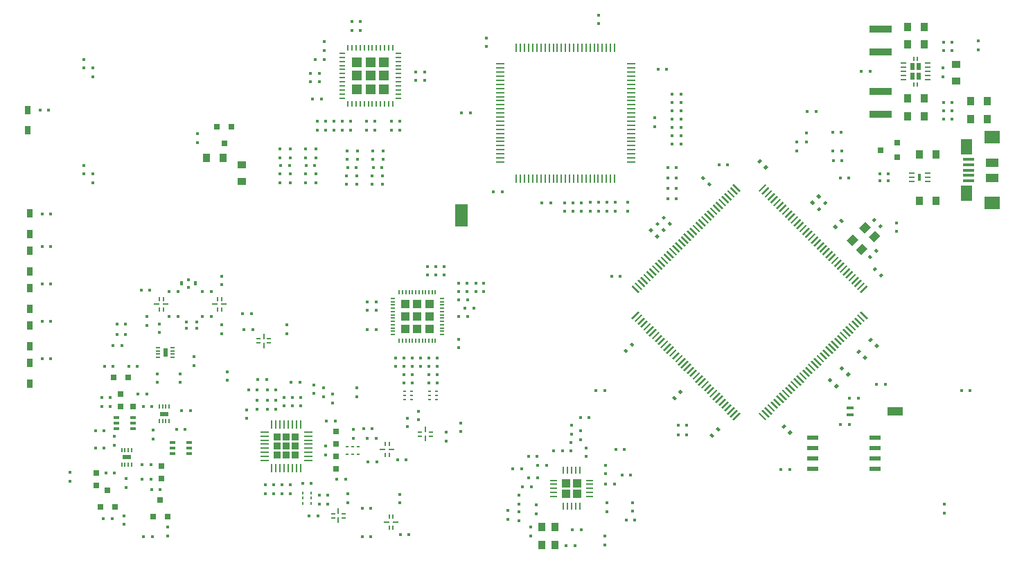
<source format=gtp>
G04 (created by PCBNEW (2012-nov-02)-stable) date Sat 15 Mar 2014 07:07:26 PM MDT*
%MOIN*%
G04 Gerber Fmt 3.4, Leading zero omitted, Abs format*
%FSLAX34Y34*%
G01*
G70*
G90*
G04 APERTURE LIST*
%ADD10C,0*%
%ADD11O,0.00837795X0.0269291*%
%ADD12O,0.0269291X0.00837795*%
%ADD13R,0.0493701X0.0493701*%
%ADD14O,0.00733071X0.0260315*%
%ADD15O,0.0260315X0.00733071*%
%ADD16R,0.0448819X0.0448819*%
%ADD17R,0.02736X0.02736*%
%ADD18R,0.035872X0.041876*%
%ADD19R,0.00881598X0.044916*%
%ADD20R,0.044916X0.00881598*%
%ADD21R,0.057X0.019*%
%ADD22R,0.110732X0.035872*%
%ADD23R,0.014972X0.011932*%
%ADD24R,0.014972X0.020976*%
%ADD25R,0.017936X0.014972*%
%ADD26R,0.016492X0.00744803*%
%ADD27R,0.02584X0.02584*%
%ADD28R,0.0152X0.01672*%
%ADD29R,0.01672X0.0152*%
%ADD30R,0.012236X0.00988*%
%ADD31R,0.00988X0.012236*%
%ADD32R,0.034428X0.043092*%
%ADD33R,0.043092X0.034428*%
%ADD34R,0.02964X0.01368*%
%ADD35R,0.00869291X0.024378*%
%ADD36R,0.0307276X0.0113386*%
%ADD37R,0.024378X0.00869291*%
%ADD38R,0.0113386X0.0307276*%
%ADD39R,0.0299213X0.0448819*%
%ADD40O,0.00837795X0.0403937*%
%ADD41R,0.0329134X0.0329134*%
%ADD42O,0.0403937X0.00837795*%
%ADD43O,0.0095748X0.0359055*%
%ADD44O,0.0359055X0.0095748*%
%ADD45R,0.0394961X0.0394961*%
%ADD46R,0.00598425X0.0201968*%
%ADD47R,0.0424409X0.0231496*%
%ADD48R,0.0201968X0.00598425*%
%ADD49R,0.0231496X0.0424409*%
%ADD50R,0.0254331X0.00837795*%
%ADD51R,0.024685X0.0359055*%
%ADD52R,0.00837795X0.0209449*%
%ADD53R,0.0329134X0.0179528*%
%ADD54R,0.071811X0.0448819*%
%ADD55R,0.0613386X0.109213*%
%ADD56R,0.0269291X0.00897638*%
%ADD57R,0.0149606X0.0329134*%
%ADD58R,0.0523622X0.0119685*%
%ADD59R,0.0628346X0.0411417*%
%ADD60R,0.0517323X0.0758268*%
%ADD61R,0.0744094X0.0620079*%
G04 APERTURE END LIST*
G54D10*
G54D11*
X39427Y-45634D03*
X39624Y-45634D03*
X39821Y-45634D03*
X40017Y-45634D03*
X40214Y-45634D03*
X40411Y-45634D03*
X40608Y-45634D03*
X40805Y-45634D03*
X41002Y-45634D03*
X41198Y-45634D03*
X41395Y-45634D03*
X41592Y-45634D03*
G54D12*
X41868Y-45358D03*
X41868Y-45162D03*
X41868Y-44965D03*
X41868Y-44768D03*
X41868Y-44571D03*
X41868Y-44374D03*
X41868Y-44177D03*
X41868Y-43981D03*
X41868Y-43784D03*
X41868Y-43587D03*
X41868Y-43390D03*
X41868Y-43193D03*
G54D11*
X41592Y-42918D03*
X41395Y-42918D03*
X41198Y-42918D03*
X41002Y-42918D03*
X40805Y-42918D03*
X40608Y-42918D03*
X40411Y-42918D03*
X40214Y-42918D03*
X40017Y-42918D03*
X39821Y-42918D03*
X39624Y-42918D03*
X39427Y-42918D03*
G54D12*
X39151Y-43193D03*
X39151Y-43390D03*
X39151Y-43587D03*
X39151Y-43784D03*
X39151Y-43981D03*
X39151Y-44177D03*
X39151Y-44374D03*
X39151Y-44571D03*
X39151Y-44768D03*
X39151Y-44965D03*
X39151Y-45162D03*
X39151Y-45358D03*
G54D13*
X39860Y-44925D03*
X39860Y-44276D03*
X39860Y-43626D03*
X40510Y-44925D03*
X40510Y-44276D03*
X40510Y-43626D03*
X41159Y-44925D03*
X41159Y-44276D03*
X41159Y-43626D03*
G54D14*
X41908Y-57046D03*
X42066Y-57046D03*
X42223Y-57046D03*
X42381Y-57046D03*
X42538Y-57046D03*
X42696Y-57046D03*
X42853Y-57046D03*
X43011Y-57046D03*
X43168Y-57046D03*
X43326Y-57046D03*
X43483Y-57046D03*
X43641Y-57046D03*
G54D15*
X43956Y-56731D03*
X43956Y-56573D03*
X43956Y-56416D03*
X43956Y-56258D03*
X43956Y-56101D03*
X43956Y-55943D03*
X43956Y-55786D03*
X43956Y-55628D03*
X43956Y-55471D03*
X43956Y-55313D03*
X43956Y-55156D03*
X43956Y-54998D03*
G54D14*
X43641Y-54683D03*
X43483Y-54683D03*
X43326Y-54683D03*
X43168Y-54683D03*
X43011Y-54683D03*
X42853Y-54683D03*
X42696Y-54683D03*
X42538Y-54683D03*
X42381Y-54683D03*
X42223Y-54683D03*
X42066Y-54683D03*
X41908Y-54683D03*
G54D15*
X41593Y-54998D03*
X41593Y-55156D03*
X41593Y-55313D03*
X41593Y-55471D03*
X41593Y-55628D03*
X41593Y-55786D03*
X41593Y-55943D03*
X41593Y-56101D03*
X41593Y-56258D03*
X41593Y-56416D03*
X41593Y-56573D03*
X41593Y-56731D03*
G54D16*
X42184Y-56455D03*
X42184Y-55865D03*
X42184Y-55274D03*
X42775Y-56455D03*
X42775Y-55865D03*
X42775Y-55274D03*
X43365Y-56455D03*
X43365Y-55865D03*
X43365Y-55274D03*
G54D17*
X30750Y-65514D03*
X30050Y-65514D03*
X30400Y-64714D03*
X28144Y-58804D03*
X28844Y-58804D03*
X28494Y-59604D03*
G54D10*
G36*
X64127Y-52909D02*
X63873Y-52656D01*
X64169Y-52360D01*
X64423Y-52613D01*
X64127Y-52909D01*
X64127Y-52909D01*
G37*
G36*
X64294Y-51852D02*
X64040Y-51598D01*
X64336Y-51302D01*
X64590Y-51555D01*
X64294Y-51852D01*
X64294Y-51852D01*
G37*
G36*
X64739Y-52297D02*
X64486Y-52043D01*
X64782Y-51747D01*
X65035Y-52001D01*
X64739Y-52297D01*
X64739Y-52297D01*
G37*
G36*
X63681Y-52464D02*
X63428Y-52210D01*
X63724Y-51914D01*
X63977Y-52168D01*
X63681Y-52464D01*
X63681Y-52464D01*
G37*
G54D18*
X49399Y-66877D03*
X48769Y-66011D03*
X49399Y-66011D03*
X48769Y-66877D03*
G54D19*
X52262Y-42920D03*
X52065Y-42920D03*
X51869Y-42920D03*
X51672Y-42920D03*
X51475Y-42920D03*
X51278Y-42920D03*
X51081Y-42920D03*
X50884Y-42920D03*
X50687Y-42920D03*
X50491Y-42920D03*
X50294Y-42920D03*
X50097Y-42920D03*
X49900Y-42920D03*
X49703Y-42920D03*
X49506Y-42920D03*
X49309Y-42920D03*
X49113Y-42920D03*
X48916Y-42920D03*
X48719Y-42920D03*
X48522Y-42920D03*
X48325Y-42920D03*
X48128Y-42920D03*
X47931Y-42920D03*
X47735Y-42920D03*
X47538Y-42920D03*
G54D20*
X46750Y-43708D03*
X46750Y-43905D03*
X46750Y-44101D03*
X46750Y-44298D03*
X46750Y-44495D03*
X46750Y-44692D03*
X46750Y-44889D03*
X46750Y-45086D03*
X46750Y-45283D03*
X46750Y-45479D03*
X46750Y-45676D03*
X46750Y-45873D03*
X46750Y-46070D03*
X46750Y-46267D03*
X46750Y-46464D03*
X46750Y-46661D03*
X46750Y-46857D03*
X46750Y-47054D03*
X46750Y-47251D03*
X46750Y-47448D03*
X46750Y-47645D03*
X46750Y-47842D03*
X46750Y-48039D03*
X46750Y-48235D03*
X46750Y-48432D03*
G54D19*
X47538Y-49220D03*
X47735Y-49220D03*
X47931Y-49220D03*
X48128Y-49220D03*
X48325Y-49220D03*
X48522Y-49220D03*
X48719Y-49220D03*
X48916Y-49220D03*
X49113Y-49220D03*
X49309Y-49220D03*
X49506Y-49220D03*
X49703Y-49220D03*
X49900Y-49220D03*
X50097Y-49220D03*
X50294Y-49220D03*
X50491Y-49220D03*
X50687Y-49220D03*
X50884Y-49220D03*
X51081Y-49220D03*
X51278Y-49220D03*
X51475Y-49220D03*
X51672Y-49220D03*
X51869Y-49220D03*
X52065Y-49220D03*
X52262Y-49220D03*
G54D20*
X53050Y-48432D03*
X53050Y-48235D03*
X53050Y-48039D03*
X53050Y-47842D03*
X53050Y-47645D03*
X53050Y-47448D03*
X53050Y-47251D03*
X53050Y-47054D03*
X53050Y-46857D03*
X53050Y-46661D03*
X53050Y-46464D03*
X53050Y-46267D03*
X53050Y-46070D03*
X53050Y-45873D03*
X53050Y-45676D03*
X53050Y-45479D03*
X53050Y-45283D03*
X53050Y-45086D03*
X53050Y-44889D03*
X53050Y-44692D03*
X53050Y-44495D03*
X53050Y-44298D03*
X53050Y-44101D03*
X53050Y-43905D03*
X53050Y-43708D03*
G54D21*
X64790Y-63210D03*
X64790Y-62710D03*
X64790Y-62210D03*
X64790Y-61710D03*
X61790Y-61710D03*
X61790Y-62210D03*
X61790Y-62710D03*
X61790Y-63210D03*
G54D22*
X65044Y-42024D03*
X65044Y-43126D03*
X65044Y-45024D03*
X65044Y-46126D03*
G54D10*
G36*
X64385Y-54358D02*
X64447Y-54420D01*
X64129Y-54738D01*
X64067Y-54676D01*
X64385Y-54358D01*
X64385Y-54358D01*
G37*
G36*
X64245Y-54219D02*
X64308Y-54281D01*
X63990Y-54599D01*
X63928Y-54536D01*
X64245Y-54219D01*
X64245Y-54219D01*
G37*
G36*
X64106Y-54079D02*
X64168Y-54142D01*
X63851Y-54459D01*
X63788Y-54397D01*
X64106Y-54079D01*
X64106Y-54079D01*
G37*
G36*
X63967Y-53940D02*
X64029Y-54002D01*
X63711Y-54320D01*
X63649Y-54258D01*
X63967Y-53940D01*
X63967Y-53940D01*
G37*
G36*
X63827Y-53801D02*
X63890Y-53863D01*
X63572Y-54181D01*
X63510Y-54118D01*
X63827Y-53801D01*
X63827Y-53801D01*
G37*
G36*
X63689Y-53662D02*
X63751Y-53724D01*
X63434Y-54042D01*
X63371Y-53980D01*
X63689Y-53662D01*
X63689Y-53662D01*
G37*
G36*
X63549Y-53523D02*
X63612Y-53585D01*
X63294Y-53903D01*
X63232Y-53840D01*
X63549Y-53523D01*
X63549Y-53523D01*
G37*
G36*
X63410Y-53384D02*
X63473Y-53446D01*
X63155Y-53763D01*
X63093Y-53701D01*
X63410Y-53384D01*
X63410Y-53384D01*
G37*
G36*
X63271Y-53244D02*
X63333Y-53307D01*
X63016Y-53624D01*
X62953Y-53562D01*
X63271Y-53244D01*
X63271Y-53244D01*
G37*
G36*
X63132Y-53105D02*
X63194Y-53167D01*
X62876Y-53485D01*
X62814Y-53423D01*
X63132Y-53105D01*
X63132Y-53105D01*
G37*
G36*
X62992Y-52966D02*
X63055Y-53028D01*
X62737Y-53346D01*
X62675Y-53283D01*
X62992Y-52966D01*
X62992Y-52966D01*
G37*
G36*
X62854Y-52827D02*
X62916Y-52889D01*
X62598Y-53207D01*
X62536Y-53145D01*
X62854Y-52827D01*
X62854Y-52827D01*
G37*
G36*
X62714Y-52688D02*
X62777Y-52750D01*
X62459Y-53068D01*
X62397Y-53005D01*
X62714Y-52688D01*
X62714Y-52688D01*
G37*
G36*
X62575Y-52548D02*
X62637Y-52611D01*
X62320Y-52928D01*
X62257Y-52866D01*
X62575Y-52548D01*
X62575Y-52548D01*
G37*
G36*
X62436Y-52409D02*
X62498Y-52471D01*
X62181Y-52789D01*
X62118Y-52727D01*
X62436Y-52409D01*
X62436Y-52409D01*
G37*
G36*
X62296Y-52270D02*
X62359Y-52332D01*
X62041Y-52650D01*
X61979Y-52587D01*
X62296Y-52270D01*
X62296Y-52270D01*
G37*
G36*
X62157Y-52131D02*
X62220Y-52193D01*
X61902Y-52510D01*
X61840Y-52448D01*
X62157Y-52131D01*
X62157Y-52131D01*
G37*
G36*
X62018Y-51991D02*
X62080Y-52054D01*
X61763Y-52371D01*
X61700Y-52309D01*
X62018Y-51991D01*
X62018Y-51991D01*
G37*
G36*
X61879Y-51853D02*
X61942Y-51915D01*
X61624Y-52233D01*
X61562Y-52170D01*
X61879Y-51853D01*
X61879Y-51853D01*
G37*
G36*
X61740Y-51713D02*
X61802Y-51776D01*
X61485Y-52093D01*
X61422Y-52031D01*
X61740Y-51713D01*
X61740Y-51713D01*
G37*
G36*
X61601Y-51574D02*
X61663Y-51636D01*
X61345Y-51954D01*
X61283Y-51892D01*
X61601Y-51574D01*
X61601Y-51574D01*
G37*
G36*
X61461Y-51435D02*
X61524Y-51497D01*
X61206Y-51815D01*
X61144Y-51752D01*
X61461Y-51435D01*
X61461Y-51435D01*
G37*
G36*
X61322Y-51295D02*
X61384Y-51358D01*
X61067Y-51675D01*
X61004Y-51613D01*
X61322Y-51295D01*
X61322Y-51295D01*
G37*
G36*
X61183Y-51156D02*
X61245Y-51219D01*
X60928Y-51536D01*
X60865Y-51474D01*
X61183Y-51156D01*
X61183Y-51156D01*
G37*
G36*
X61043Y-51017D02*
X61106Y-51079D01*
X60788Y-51397D01*
X60726Y-51334D01*
X61043Y-51017D01*
X61043Y-51017D01*
G37*
G36*
X60905Y-50878D02*
X60967Y-50941D01*
X60650Y-51258D01*
X60587Y-51196D01*
X60905Y-50878D01*
X60905Y-50878D01*
G37*
G36*
X60766Y-50739D02*
X60828Y-50801D01*
X60510Y-51119D01*
X60448Y-51057D01*
X60766Y-50739D01*
X60766Y-50739D01*
G37*
G36*
X60626Y-50600D02*
X60689Y-50662D01*
X60371Y-50980D01*
X60309Y-50917D01*
X60626Y-50600D01*
X60626Y-50600D01*
G37*
G36*
X60487Y-50460D02*
X60549Y-50523D01*
X60232Y-50840D01*
X60169Y-50778D01*
X60487Y-50460D01*
X60487Y-50460D01*
G37*
G36*
X60348Y-50321D02*
X60410Y-50383D01*
X60092Y-50701D01*
X60030Y-50639D01*
X60348Y-50321D01*
X60348Y-50321D01*
G37*
G36*
X60208Y-50182D02*
X60271Y-50244D01*
X59953Y-50562D01*
X59891Y-50499D01*
X60208Y-50182D01*
X60208Y-50182D01*
G37*
G36*
X60070Y-50043D02*
X60132Y-50106D01*
X59815Y-50423D01*
X59752Y-50361D01*
X60070Y-50043D01*
X60070Y-50043D01*
G37*
G36*
X59931Y-49904D02*
X59993Y-49966D01*
X59675Y-50284D01*
X59613Y-50221D01*
X59931Y-49904D01*
X59931Y-49904D01*
G37*
G36*
X59791Y-49765D02*
X59854Y-49827D01*
X59536Y-50145D01*
X59474Y-50082D01*
X59791Y-49765D01*
X59791Y-49765D01*
G37*
G36*
X59652Y-49625D02*
X59714Y-49688D01*
X59397Y-50005D01*
X59334Y-49943D01*
X59652Y-49625D01*
X59652Y-49625D01*
G37*
G36*
X59513Y-49486D02*
X59575Y-49548D01*
X59257Y-49866D01*
X59195Y-49804D01*
X59513Y-49486D01*
X59513Y-49486D01*
G37*
G36*
X57942Y-49548D02*
X58004Y-49486D01*
X58322Y-49804D01*
X58260Y-49866D01*
X57942Y-49548D01*
X57942Y-49548D01*
G37*
G36*
X57803Y-49688D02*
X57865Y-49625D01*
X58183Y-49943D01*
X58120Y-50005D01*
X57803Y-49688D01*
X57803Y-49688D01*
G37*
G36*
X57663Y-49827D02*
X57726Y-49765D01*
X58043Y-50082D01*
X57981Y-50145D01*
X57663Y-49827D01*
X57663Y-49827D01*
G37*
G36*
X57524Y-49966D02*
X57586Y-49904D01*
X57904Y-50221D01*
X57842Y-50284D01*
X57524Y-49966D01*
X57524Y-49966D01*
G37*
G36*
X57385Y-50106D02*
X57447Y-50043D01*
X57765Y-50361D01*
X57702Y-50423D01*
X57385Y-50106D01*
X57385Y-50106D01*
G37*
G36*
X57246Y-50244D02*
X57309Y-50182D01*
X57626Y-50499D01*
X57564Y-50562D01*
X57246Y-50244D01*
X57246Y-50244D01*
G37*
G36*
X57107Y-50383D02*
X57169Y-50321D01*
X57487Y-50639D01*
X57425Y-50701D01*
X57107Y-50383D01*
X57107Y-50383D01*
G37*
G36*
X56968Y-50523D02*
X57030Y-50460D01*
X57348Y-50778D01*
X57285Y-50840D01*
X56968Y-50523D01*
X56968Y-50523D01*
G37*
G36*
X56828Y-50662D02*
X56891Y-50600D01*
X57208Y-50917D01*
X57146Y-50980D01*
X56828Y-50662D01*
X56828Y-50662D01*
G37*
G36*
X56689Y-50801D02*
X56751Y-50739D01*
X57069Y-51057D01*
X57007Y-51119D01*
X56689Y-50801D01*
X56689Y-50801D01*
G37*
G36*
X56550Y-50941D02*
X56612Y-50878D01*
X56930Y-51196D01*
X56867Y-51258D01*
X56550Y-50941D01*
X56550Y-50941D01*
G37*
G36*
X56411Y-51079D02*
X56473Y-51017D01*
X56791Y-51334D01*
X56729Y-51397D01*
X56411Y-51079D01*
X56411Y-51079D01*
G37*
G36*
X56272Y-51219D02*
X56334Y-51156D01*
X56652Y-51474D01*
X56589Y-51536D01*
X56272Y-51219D01*
X56272Y-51219D01*
G37*
G36*
X56133Y-51358D02*
X56195Y-51295D01*
X56512Y-51613D01*
X56450Y-51675D01*
X56133Y-51358D01*
X56133Y-51358D01*
G37*
G36*
X55993Y-51497D02*
X56056Y-51435D01*
X56373Y-51752D01*
X56311Y-51815D01*
X55993Y-51497D01*
X55993Y-51497D01*
G37*
G36*
X55854Y-51636D02*
X55916Y-51574D01*
X56234Y-51892D01*
X56172Y-51954D01*
X55854Y-51636D01*
X55854Y-51636D01*
G37*
G36*
X55715Y-51776D02*
X55777Y-51713D01*
X56095Y-52031D01*
X56032Y-52093D01*
X55715Y-51776D01*
X55715Y-51776D01*
G37*
G36*
X55575Y-51915D02*
X55638Y-51853D01*
X55955Y-52170D01*
X55893Y-52233D01*
X55575Y-51915D01*
X55575Y-51915D01*
G37*
G36*
X55437Y-52054D02*
X55499Y-51991D01*
X55817Y-52309D01*
X55754Y-52371D01*
X55437Y-52054D01*
X55437Y-52054D01*
G37*
G36*
X55297Y-52193D02*
X55360Y-52131D01*
X55677Y-52448D01*
X55615Y-52510D01*
X55297Y-52193D01*
X55297Y-52193D01*
G37*
G36*
X55158Y-52332D02*
X55220Y-52270D01*
X55538Y-52587D01*
X55476Y-52650D01*
X55158Y-52332D01*
X55158Y-52332D01*
G37*
G36*
X55019Y-52471D02*
X55081Y-52409D01*
X55399Y-52727D01*
X55336Y-52789D01*
X55019Y-52471D01*
X55019Y-52471D01*
G37*
G36*
X54880Y-52611D02*
X54942Y-52548D01*
X55259Y-52866D01*
X55197Y-52928D01*
X54880Y-52611D01*
X54880Y-52611D01*
G37*
G36*
X54740Y-52750D02*
X54803Y-52688D01*
X55120Y-53005D01*
X55058Y-53068D01*
X54740Y-52750D01*
X54740Y-52750D01*
G37*
G36*
X54601Y-52889D02*
X54663Y-52827D01*
X54981Y-53145D01*
X54919Y-53207D01*
X54601Y-52889D01*
X54601Y-52889D01*
G37*
G36*
X54462Y-53028D02*
X54525Y-52966D01*
X54842Y-53283D01*
X54780Y-53346D01*
X54462Y-53028D01*
X54462Y-53028D01*
G37*
G36*
X54323Y-53167D02*
X54385Y-53105D01*
X54703Y-53423D01*
X54641Y-53485D01*
X54323Y-53167D01*
X54323Y-53167D01*
G37*
G36*
X54184Y-53307D02*
X54246Y-53244D01*
X54564Y-53562D01*
X54501Y-53624D01*
X54184Y-53307D01*
X54184Y-53307D01*
G37*
G36*
X54044Y-53446D02*
X54107Y-53384D01*
X54424Y-53701D01*
X54362Y-53763D01*
X54044Y-53446D01*
X54044Y-53446D01*
G37*
G36*
X53905Y-53585D02*
X53967Y-53523D01*
X54285Y-53840D01*
X54223Y-53903D01*
X53905Y-53585D01*
X53905Y-53585D01*
G37*
G36*
X53766Y-53724D02*
X53828Y-53662D01*
X54146Y-53980D01*
X54083Y-54042D01*
X53766Y-53724D01*
X53766Y-53724D01*
G37*
G36*
X53627Y-53863D02*
X53690Y-53801D01*
X54007Y-54118D01*
X53945Y-54181D01*
X53627Y-53863D01*
X53627Y-53863D01*
G37*
G36*
X53488Y-54002D02*
X53550Y-53940D01*
X53868Y-54258D01*
X53806Y-54320D01*
X53488Y-54002D01*
X53488Y-54002D01*
G37*
G36*
X53349Y-54142D02*
X53411Y-54079D01*
X53729Y-54397D01*
X53666Y-54459D01*
X53349Y-54142D01*
X53349Y-54142D01*
G37*
G36*
X53209Y-54281D02*
X53272Y-54219D01*
X53589Y-54536D01*
X53527Y-54599D01*
X53209Y-54281D01*
X53209Y-54281D01*
G37*
G36*
X53070Y-54420D02*
X53132Y-54358D01*
X53450Y-54676D01*
X53388Y-54738D01*
X53070Y-54420D01*
X53070Y-54420D01*
G37*
G36*
X53388Y-55611D02*
X53450Y-55673D01*
X53132Y-55991D01*
X53070Y-55929D01*
X53388Y-55611D01*
X53388Y-55611D01*
G37*
G36*
X53527Y-55750D02*
X53589Y-55813D01*
X53272Y-56130D01*
X53209Y-56068D01*
X53527Y-55750D01*
X53527Y-55750D01*
G37*
G36*
X53666Y-55890D02*
X53729Y-55952D01*
X53411Y-56269D01*
X53349Y-56207D01*
X53666Y-55890D01*
X53666Y-55890D01*
G37*
G36*
X53806Y-56029D02*
X53868Y-56091D01*
X53550Y-56409D01*
X53488Y-56346D01*
X53806Y-56029D01*
X53806Y-56029D01*
G37*
G36*
X53945Y-56168D02*
X54007Y-56230D01*
X53690Y-56548D01*
X53627Y-56486D01*
X53945Y-56168D01*
X53945Y-56168D01*
G37*
G36*
X54083Y-56307D02*
X54146Y-56369D01*
X53828Y-56687D01*
X53766Y-56624D01*
X54083Y-56307D01*
X54083Y-56307D01*
G37*
G36*
X54223Y-56446D02*
X54285Y-56508D01*
X53967Y-56826D01*
X53905Y-56764D01*
X54223Y-56446D01*
X54223Y-56446D01*
G37*
G36*
X54362Y-56585D02*
X54424Y-56648D01*
X54107Y-56965D01*
X54044Y-56903D01*
X54362Y-56585D01*
X54362Y-56585D01*
G37*
G36*
X54501Y-56725D02*
X54564Y-56787D01*
X54246Y-57105D01*
X54184Y-57042D01*
X54501Y-56725D01*
X54501Y-56725D01*
G37*
G36*
X54641Y-56864D02*
X54703Y-56926D01*
X54385Y-57244D01*
X54323Y-57182D01*
X54641Y-56864D01*
X54641Y-56864D01*
G37*
G36*
X54780Y-57003D02*
X54842Y-57066D01*
X54525Y-57383D01*
X54462Y-57321D01*
X54780Y-57003D01*
X54780Y-57003D01*
G37*
G36*
X54919Y-57142D02*
X54981Y-57204D01*
X54663Y-57522D01*
X54601Y-57459D01*
X54919Y-57142D01*
X54919Y-57142D01*
G37*
G36*
X55058Y-57281D02*
X55120Y-57343D01*
X54803Y-57661D01*
X54740Y-57599D01*
X55058Y-57281D01*
X55058Y-57281D01*
G37*
G36*
X55197Y-57420D02*
X55259Y-57483D01*
X54942Y-57800D01*
X54880Y-57738D01*
X55197Y-57420D01*
X55197Y-57420D01*
G37*
G36*
X55336Y-57560D02*
X55399Y-57622D01*
X55081Y-57940D01*
X55019Y-57877D01*
X55336Y-57560D01*
X55336Y-57560D01*
G37*
G36*
X55476Y-57699D02*
X55538Y-57761D01*
X55220Y-58079D01*
X55158Y-58017D01*
X55476Y-57699D01*
X55476Y-57699D01*
G37*
G36*
X55615Y-57838D02*
X55677Y-57901D01*
X55360Y-58218D01*
X55297Y-58156D01*
X55615Y-57838D01*
X55615Y-57838D01*
G37*
G36*
X55754Y-57978D02*
X55817Y-58040D01*
X55499Y-58358D01*
X55437Y-58295D01*
X55754Y-57978D01*
X55754Y-57978D01*
G37*
G36*
X55893Y-58116D02*
X55955Y-58179D01*
X55638Y-58496D01*
X55575Y-58434D01*
X55893Y-58116D01*
X55893Y-58116D01*
G37*
G36*
X56032Y-58256D02*
X56095Y-58318D01*
X55777Y-58635D01*
X55715Y-58573D01*
X56032Y-58256D01*
X56032Y-58256D01*
G37*
G36*
X56172Y-58395D02*
X56234Y-58457D01*
X55916Y-58775D01*
X55854Y-58712D01*
X56172Y-58395D01*
X56172Y-58395D01*
G37*
G36*
X56311Y-58534D02*
X56373Y-58596D01*
X56056Y-58914D01*
X55993Y-58852D01*
X56311Y-58534D01*
X56311Y-58534D01*
G37*
G36*
X56450Y-58673D02*
X56512Y-58736D01*
X56195Y-59053D01*
X56133Y-58991D01*
X56450Y-58673D01*
X56450Y-58673D01*
G37*
G36*
X56589Y-58813D02*
X56652Y-58875D01*
X56334Y-59193D01*
X56272Y-59130D01*
X56589Y-58813D01*
X56589Y-58813D01*
G37*
G36*
X56729Y-58952D02*
X56791Y-59014D01*
X56473Y-59332D01*
X56411Y-59270D01*
X56729Y-58952D01*
X56729Y-58952D01*
G37*
G36*
X56867Y-59091D02*
X56930Y-59153D01*
X56612Y-59471D01*
X56550Y-59408D01*
X56867Y-59091D01*
X56867Y-59091D01*
G37*
G36*
X57007Y-59230D02*
X57069Y-59292D01*
X56751Y-59610D01*
X56689Y-59548D01*
X57007Y-59230D01*
X57007Y-59230D01*
G37*
G36*
X57146Y-59369D02*
X57208Y-59432D01*
X56891Y-59749D01*
X56828Y-59687D01*
X57146Y-59369D01*
X57146Y-59369D01*
G37*
G36*
X57285Y-59509D02*
X57348Y-59571D01*
X57030Y-59888D01*
X56968Y-59826D01*
X57285Y-59509D01*
X57285Y-59509D01*
G37*
G36*
X57425Y-59648D02*
X57487Y-59710D01*
X57169Y-60028D01*
X57107Y-59965D01*
X57425Y-59648D01*
X57425Y-59648D01*
G37*
G36*
X57564Y-59787D02*
X57626Y-59849D01*
X57309Y-60167D01*
X57246Y-60105D01*
X57564Y-59787D01*
X57564Y-59787D01*
G37*
G36*
X57702Y-59926D02*
X57765Y-59988D01*
X57447Y-60306D01*
X57385Y-60243D01*
X57702Y-59926D01*
X57702Y-59926D01*
G37*
G36*
X57842Y-60065D02*
X57904Y-60127D01*
X57586Y-60445D01*
X57524Y-60383D01*
X57842Y-60065D01*
X57842Y-60065D01*
G37*
G36*
X57981Y-60204D02*
X58043Y-60267D01*
X57726Y-60584D01*
X57663Y-60522D01*
X57981Y-60204D01*
X57981Y-60204D01*
G37*
G36*
X58120Y-60344D02*
X58183Y-60406D01*
X57865Y-60724D01*
X57803Y-60661D01*
X58120Y-60344D01*
X58120Y-60344D01*
G37*
G36*
X58260Y-60483D02*
X58322Y-60545D01*
X58004Y-60863D01*
X57942Y-60801D01*
X58260Y-60483D01*
X58260Y-60483D01*
G37*
G36*
X59195Y-60545D02*
X59257Y-60483D01*
X59575Y-60801D01*
X59513Y-60863D01*
X59195Y-60545D01*
X59195Y-60545D01*
G37*
G36*
X59334Y-60406D02*
X59397Y-60344D01*
X59714Y-60661D01*
X59652Y-60724D01*
X59334Y-60406D01*
X59334Y-60406D01*
G37*
G36*
X59474Y-60267D02*
X59536Y-60204D01*
X59854Y-60522D01*
X59791Y-60584D01*
X59474Y-60267D01*
X59474Y-60267D01*
G37*
G36*
X59613Y-60127D02*
X59675Y-60065D01*
X59993Y-60383D01*
X59931Y-60445D01*
X59613Y-60127D01*
X59613Y-60127D01*
G37*
G36*
X59752Y-59988D02*
X59815Y-59926D01*
X60132Y-60243D01*
X60070Y-60306D01*
X59752Y-59988D01*
X59752Y-59988D01*
G37*
G36*
X59891Y-59849D02*
X59953Y-59787D01*
X60271Y-60105D01*
X60208Y-60167D01*
X59891Y-59849D01*
X59891Y-59849D01*
G37*
G36*
X60030Y-59710D02*
X60092Y-59648D01*
X60410Y-59965D01*
X60348Y-60028D01*
X60030Y-59710D01*
X60030Y-59710D01*
G37*
G36*
X60169Y-59571D02*
X60232Y-59509D01*
X60549Y-59826D01*
X60487Y-59888D01*
X60169Y-59571D01*
X60169Y-59571D01*
G37*
G36*
X60309Y-59432D02*
X60371Y-59369D01*
X60689Y-59687D01*
X60626Y-59749D01*
X60309Y-59432D01*
X60309Y-59432D01*
G37*
G36*
X60448Y-59292D02*
X60510Y-59230D01*
X60828Y-59548D01*
X60766Y-59610D01*
X60448Y-59292D01*
X60448Y-59292D01*
G37*
G36*
X60587Y-59153D02*
X60650Y-59091D01*
X60967Y-59408D01*
X60905Y-59471D01*
X60587Y-59153D01*
X60587Y-59153D01*
G37*
G36*
X60726Y-59014D02*
X60788Y-58952D01*
X61106Y-59270D01*
X61043Y-59332D01*
X60726Y-59014D01*
X60726Y-59014D01*
G37*
G36*
X60865Y-58875D02*
X60928Y-58813D01*
X61245Y-59130D01*
X61183Y-59193D01*
X60865Y-58875D01*
X60865Y-58875D01*
G37*
G36*
X61004Y-58736D02*
X61067Y-58673D01*
X61384Y-58991D01*
X61322Y-59053D01*
X61004Y-58736D01*
X61004Y-58736D01*
G37*
G36*
X61144Y-58596D02*
X61206Y-58534D01*
X61524Y-58852D01*
X61461Y-58914D01*
X61144Y-58596D01*
X61144Y-58596D01*
G37*
G36*
X61283Y-58457D02*
X61345Y-58395D01*
X61663Y-58712D01*
X61601Y-58775D01*
X61283Y-58457D01*
X61283Y-58457D01*
G37*
G36*
X61422Y-58318D02*
X61485Y-58256D01*
X61802Y-58573D01*
X61740Y-58635D01*
X61422Y-58318D01*
X61422Y-58318D01*
G37*
G36*
X61562Y-58179D02*
X61624Y-58116D01*
X61942Y-58434D01*
X61879Y-58496D01*
X61562Y-58179D01*
X61562Y-58179D01*
G37*
G36*
X61700Y-58040D02*
X61763Y-57978D01*
X62080Y-58295D01*
X62018Y-58358D01*
X61700Y-58040D01*
X61700Y-58040D01*
G37*
G36*
X61840Y-57901D02*
X61902Y-57838D01*
X62220Y-58156D01*
X62157Y-58218D01*
X61840Y-57901D01*
X61840Y-57901D01*
G37*
G36*
X61979Y-57761D02*
X62041Y-57699D01*
X62359Y-58017D01*
X62296Y-58079D01*
X61979Y-57761D01*
X61979Y-57761D01*
G37*
G36*
X62118Y-57622D02*
X62181Y-57560D01*
X62498Y-57877D01*
X62436Y-57940D01*
X62118Y-57622D01*
X62118Y-57622D01*
G37*
G36*
X62257Y-57483D02*
X62320Y-57420D01*
X62637Y-57738D01*
X62575Y-57800D01*
X62257Y-57483D01*
X62257Y-57483D01*
G37*
G36*
X62397Y-57343D02*
X62459Y-57281D01*
X62777Y-57599D01*
X62714Y-57661D01*
X62397Y-57343D01*
X62397Y-57343D01*
G37*
G36*
X62536Y-57204D02*
X62598Y-57142D01*
X62916Y-57459D01*
X62854Y-57522D01*
X62536Y-57204D01*
X62536Y-57204D01*
G37*
G36*
X62675Y-57066D02*
X62737Y-57003D01*
X63055Y-57321D01*
X62992Y-57383D01*
X62675Y-57066D01*
X62675Y-57066D01*
G37*
G36*
X62814Y-56926D02*
X62876Y-56864D01*
X63194Y-57182D01*
X63132Y-57244D01*
X62814Y-56926D01*
X62814Y-56926D01*
G37*
G36*
X62953Y-56787D02*
X63016Y-56725D01*
X63333Y-57042D01*
X63271Y-57105D01*
X62953Y-56787D01*
X62953Y-56787D01*
G37*
G36*
X63093Y-56648D02*
X63155Y-56585D01*
X63473Y-56903D01*
X63410Y-56965D01*
X63093Y-56648D01*
X63093Y-56648D01*
G37*
G36*
X63232Y-56508D02*
X63294Y-56446D01*
X63612Y-56764D01*
X63549Y-56826D01*
X63232Y-56508D01*
X63232Y-56508D01*
G37*
G36*
X63371Y-56369D02*
X63434Y-56307D01*
X63751Y-56624D01*
X63689Y-56687D01*
X63371Y-56369D01*
X63371Y-56369D01*
G37*
G36*
X63510Y-56230D02*
X63572Y-56168D01*
X63890Y-56486D01*
X63827Y-56548D01*
X63510Y-56230D01*
X63510Y-56230D01*
G37*
G36*
X63649Y-56091D02*
X63711Y-56029D01*
X64029Y-56346D01*
X63967Y-56409D01*
X63649Y-56091D01*
X63649Y-56091D01*
G37*
G36*
X63788Y-55952D02*
X63851Y-55890D01*
X64168Y-56207D01*
X64106Y-56269D01*
X63788Y-55952D01*
X63788Y-55952D01*
G37*
G36*
X63928Y-55813D02*
X63990Y-55750D01*
X64308Y-56068D01*
X64245Y-56130D01*
X63928Y-55813D01*
X63928Y-55813D01*
G37*
G36*
X64067Y-55673D02*
X64129Y-55611D01*
X64447Y-55929D01*
X64385Y-55991D01*
X64067Y-55673D01*
X64067Y-55673D01*
G37*
G54D23*
X31655Y-56419D03*
X32147Y-56419D03*
X32147Y-56143D03*
X31655Y-56143D03*
G54D24*
X32086Y-54281D03*
X31416Y-54281D03*
G54D25*
X31751Y-54458D03*
X31751Y-54104D03*
G54D26*
X42492Y-59862D03*
X42492Y-59665D03*
X42492Y-59468D03*
X42158Y-59468D03*
X42158Y-59665D03*
X42158Y-59862D03*
X43692Y-59862D03*
X43692Y-59665D03*
X43692Y-59468D03*
X43358Y-59468D03*
X43358Y-59665D03*
X43358Y-59862D03*
G54D27*
X38854Y-61411D03*
X38854Y-62011D03*
X29094Y-60204D03*
X28494Y-60204D03*
X38854Y-63211D03*
X38854Y-62611D03*
X30444Y-63054D03*
X30444Y-63654D03*
G54D28*
X55232Y-49697D03*
X54812Y-49697D03*
X68084Y-45575D03*
X68504Y-45575D03*
X68084Y-45975D03*
X68504Y-45975D03*
X64862Y-59147D03*
X65282Y-59147D03*
G54D29*
X26722Y-43907D03*
X26722Y-43487D03*
G54D28*
X62752Y-46987D03*
X63172Y-46987D03*
G54D29*
X69744Y-42615D03*
X69744Y-43035D03*
G54D28*
X64554Y-44075D03*
X64134Y-44075D03*
G54D29*
X38254Y-59301D03*
X38254Y-59721D03*
G54D28*
X68084Y-43075D03*
X68504Y-43075D03*
G54D29*
X37880Y-48216D03*
X37880Y-47796D03*
G54D28*
X40360Y-61730D03*
X40780Y-61730D03*
G54D29*
X38704Y-59601D03*
X38704Y-60021D03*
X39414Y-64411D03*
X39414Y-64831D03*
G54D28*
X40120Y-66460D03*
X40540Y-66460D03*
G54D29*
X35064Y-60321D03*
X35064Y-59901D03*
G54D28*
X35104Y-58911D03*
X35524Y-58911D03*
G54D29*
X35964Y-59901D03*
X35964Y-60321D03*
X37154Y-60181D03*
X37154Y-59761D03*
G54D10*
G36*
X54507Y-51701D02*
X54625Y-51583D01*
X54733Y-51690D01*
X54615Y-51808D01*
X54507Y-51701D01*
X54507Y-51701D01*
G37*
G36*
X54210Y-51404D02*
X54328Y-51286D01*
X54436Y-51393D01*
X54318Y-51511D01*
X54210Y-51404D01*
X54210Y-51404D01*
G37*
G36*
X54807Y-51401D02*
X54925Y-51283D01*
X55033Y-51390D01*
X54915Y-51508D01*
X54807Y-51401D01*
X54807Y-51401D01*
G37*
G36*
X54510Y-51104D02*
X54628Y-50986D01*
X54736Y-51093D01*
X54618Y-51211D01*
X54510Y-51104D01*
X54510Y-51104D01*
G37*
G54D29*
X36150Y-48216D03*
X36150Y-47796D03*
X36650Y-48216D03*
X36650Y-47796D03*
X37380Y-48216D03*
X37380Y-47796D03*
G54D28*
X57282Y-48577D03*
X57702Y-48577D03*
G54D29*
X65812Y-51357D03*
X65812Y-51777D03*
G54D28*
X28884Y-58254D03*
X29304Y-58254D03*
G54D29*
X37880Y-49416D03*
X37880Y-48996D03*
X37380Y-49416D03*
X37380Y-48996D03*
X36650Y-49416D03*
X36650Y-48996D03*
X36150Y-49416D03*
X36150Y-48996D03*
X39375Y-49511D03*
X39375Y-49091D03*
X39875Y-49511D03*
X39875Y-49091D03*
X40605Y-49511D03*
X40605Y-49091D03*
X41105Y-49511D03*
X41105Y-49091D03*
G54D28*
X29590Y-66464D03*
X30010Y-66464D03*
X45585Y-54665D03*
X45165Y-54665D03*
X45585Y-54265D03*
X45165Y-54265D03*
X53032Y-63507D03*
X52612Y-63507D03*
X52742Y-62277D03*
X52322Y-62277D03*
X32861Y-54681D03*
X32441Y-54681D03*
G54D29*
X30351Y-56221D03*
X30351Y-56641D03*
G54D28*
X34780Y-55720D03*
X34360Y-55720D03*
X40120Y-65110D03*
X40540Y-65110D03*
X37994Y-65461D03*
X37574Y-65461D03*
G54D29*
X39870Y-59310D03*
X39870Y-59730D03*
X36488Y-56698D03*
X36488Y-56278D03*
G54D28*
X38474Y-64461D03*
X38054Y-64461D03*
X30841Y-54681D03*
X31261Y-54681D03*
X31261Y-55881D03*
X30841Y-55881D03*
X38474Y-64911D03*
X38054Y-64911D03*
X29481Y-54611D03*
X29901Y-54611D03*
G54D29*
X33351Y-53921D03*
X33351Y-54341D03*
X29761Y-55871D03*
X29761Y-56291D03*
X51884Y-64834D03*
X51884Y-65254D03*
G54D28*
X50224Y-66144D03*
X50644Y-66144D03*
G54D29*
X49872Y-50387D03*
X49872Y-50807D03*
X50272Y-50387D03*
X50272Y-50807D03*
G54D28*
X34848Y-56488D03*
X34428Y-56488D03*
G54D29*
X35464Y-64401D03*
X35464Y-63981D03*
X36664Y-64401D03*
X36664Y-63981D03*
X36264Y-64401D03*
X36264Y-63981D03*
X36354Y-59761D03*
X36354Y-60181D03*
X36754Y-59761D03*
X36754Y-60181D03*
G54D28*
X41949Y-66368D03*
X42369Y-66368D03*
G54D29*
X44850Y-61410D03*
X44850Y-60990D03*
X33622Y-58517D03*
X33622Y-58937D03*
X50672Y-50387D03*
X50672Y-50807D03*
X33351Y-56271D03*
X33351Y-56691D03*
X34564Y-60771D03*
X34564Y-60351D03*
G54D28*
X34654Y-59411D03*
X35074Y-59411D03*
G54D29*
X35564Y-59901D03*
X35564Y-60321D03*
G54D28*
X35974Y-59411D03*
X35554Y-59411D03*
G54D29*
X41929Y-64418D03*
X41929Y-64838D03*
G54D28*
X32861Y-55881D03*
X32441Y-55881D03*
X54812Y-48697D03*
X55232Y-48697D03*
X25032Y-45947D03*
X24612Y-45947D03*
X25132Y-57897D03*
X24712Y-57897D03*
X25132Y-56097D03*
X24712Y-56097D03*
X25132Y-54297D03*
X24712Y-54297D03*
G54D10*
G36*
X62405Y-50514D02*
X62287Y-50396D01*
X62395Y-50289D01*
X62513Y-50407D01*
X62405Y-50514D01*
X62405Y-50514D01*
G37*
G36*
X62108Y-50811D02*
X61990Y-50693D01*
X62098Y-50586D01*
X62216Y-50704D01*
X62108Y-50811D01*
X62108Y-50811D01*
G37*
G54D28*
X54812Y-49197D03*
X55232Y-49197D03*
X25132Y-50947D03*
X24712Y-50947D03*
X61542Y-45987D03*
X61962Y-45987D03*
G54D29*
X61042Y-47477D03*
X61042Y-47897D03*
X61492Y-47467D03*
X61492Y-47047D03*
G54D28*
X55312Y-61567D03*
X55732Y-61567D03*
X55040Y-47170D03*
X55460Y-47170D03*
G54D29*
X51090Y-50380D03*
X51090Y-50800D03*
G54D28*
X55312Y-61097D03*
X55732Y-61097D03*
G54D29*
X51490Y-50380D03*
X51490Y-50800D03*
X51890Y-50380D03*
X51890Y-50800D03*
X52290Y-50380D03*
X52290Y-50800D03*
X52892Y-50367D03*
X52892Y-50787D03*
G54D28*
X55040Y-47570D03*
X55460Y-47570D03*
X68084Y-42675D03*
X68504Y-42675D03*
X55040Y-46770D03*
X55460Y-46770D03*
X55040Y-46370D03*
X55460Y-46370D03*
X55040Y-45970D03*
X55460Y-45970D03*
X55040Y-45570D03*
X55460Y-45570D03*
X55040Y-45170D03*
X55460Y-45170D03*
X47832Y-64057D03*
X48252Y-64057D03*
X41065Y-48701D03*
X40645Y-48701D03*
G54D29*
X43325Y-58675D03*
X43325Y-58255D03*
X44075Y-53455D03*
X44075Y-53875D03*
X41130Y-47886D03*
X41130Y-48306D03*
X40630Y-47886D03*
X40630Y-48306D03*
X39900Y-47886D03*
X39900Y-48306D03*
X39400Y-47886D03*
X39400Y-48306D03*
X43725Y-58675D03*
X43725Y-58255D03*
X44775Y-54675D03*
X44775Y-54255D03*
X48484Y-65354D03*
X48484Y-64934D03*
X45975Y-54675D03*
X45975Y-54255D03*
G54D28*
X48142Y-63627D03*
X48562Y-63627D03*
X47372Y-63207D03*
X47792Y-63207D03*
G54D29*
X50884Y-62184D03*
X50884Y-62604D03*
X51822Y-63027D03*
X51822Y-63447D03*
X42525Y-58675D03*
X42525Y-58255D03*
G54D28*
X49332Y-62327D03*
X49752Y-62327D03*
X43120Y-44511D03*
X42700Y-44511D03*
X43120Y-44111D03*
X42700Y-44111D03*
X68084Y-46375D03*
X68504Y-46375D03*
G54D10*
G36*
X59352Y-48381D02*
X59234Y-48499D01*
X59126Y-48392D01*
X59245Y-48273D01*
X59352Y-48381D01*
X59352Y-48381D01*
G37*
G36*
X59649Y-48678D02*
X59531Y-48796D01*
X59423Y-48689D01*
X59542Y-48570D01*
X59649Y-48678D01*
X59649Y-48678D01*
G37*
G36*
X56630Y-49194D02*
X56512Y-49312D01*
X56404Y-49205D01*
X56522Y-49087D01*
X56630Y-49194D01*
X56630Y-49194D01*
G37*
G36*
X56927Y-49491D02*
X56809Y-49609D01*
X56701Y-49502D01*
X56819Y-49383D01*
X56927Y-49491D01*
X56927Y-49491D01*
G37*
G36*
X54120Y-51704D02*
X54001Y-51822D01*
X53894Y-51715D01*
X54012Y-51597D01*
X54120Y-51704D01*
X54120Y-51704D01*
G37*
G36*
X54417Y-52001D02*
X54298Y-52119D01*
X54191Y-52012D01*
X54309Y-51894D01*
X54417Y-52001D01*
X54417Y-52001D01*
G37*
G54D28*
X52112Y-53937D03*
X52532Y-53937D03*
G54D10*
G36*
X52798Y-57403D02*
X52916Y-57521D01*
X52808Y-57628D01*
X52690Y-57510D01*
X52798Y-57403D01*
X52798Y-57403D01*
G37*
G36*
X53095Y-57106D02*
X53213Y-57224D01*
X53105Y-57331D01*
X52987Y-57213D01*
X53095Y-57106D01*
X53095Y-57106D01*
G37*
G36*
X55133Y-59672D02*
X55251Y-59790D01*
X55143Y-59898D01*
X55025Y-59779D01*
X55133Y-59672D01*
X55133Y-59672D01*
G37*
G36*
X55430Y-59375D02*
X55548Y-59493D01*
X55440Y-59601D01*
X55322Y-59482D01*
X55430Y-59375D01*
X55430Y-59375D01*
G37*
G36*
X56936Y-61475D02*
X57054Y-61593D01*
X56947Y-61701D01*
X56828Y-61582D01*
X56936Y-61475D01*
X56936Y-61475D01*
G37*
G36*
X57233Y-61178D02*
X57351Y-61296D01*
X57244Y-61404D01*
X57125Y-61286D01*
X57233Y-61178D01*
X57233Y-61178D01*
G37*
G36*
X60590Y-61452D02*
X60708Y-61334D01*
X60816Y-61441D01*
X60698Y-61559D01*
X60590Y-61452D01*
X60590Y-61452D01*
G37*
G36*
X60293Y-61155D02*
X60411Y-61037D01*
X60519Y-61144D01*
X60401Y-61262D01*
X60293Y-61155D01*
X60293Y-61155D01*
G37*
G36*
X62818Y-59224D02*
X62936Y-59106D01*
X63043Y-59214D01*
X62925Y-59332D01*
X62818Y-59224D01*
X62818Y-59224D01*
G37*
G36*
X62521Y-58927D02*
X62639Y-58809D01*
X62746Y-58917D01*
X62628Y-59035D01*
X62521Y-58927D01*
X62521Y-58927D01*
G37*
G36*
X63383Y-58659D02*
X63501Y-58541D01*
X63609Y-58648D01*
X63491Y-58766D01*
X63383Y-58659D01*
X63383Y-58659D01*
G37*
G36*
X63086Y-58362D02*
X63204Y-58244D01*
X63312Y-58351D01*
X63194Y-58469D01*
X63086Y-58362D01*
X63086Y-58362D01*
G37*
G36*
X64196Y-57846D02*
X64315Y-57727D01*
X64422Y-57835D01*
X64304Y-57953D01*
X64196Y-57846D01*
X64196Y-57846D01*
G37*
G36*
X63899Y-57549D02*
X64018Y-57430D01*
X64125Y-57538D01*
X64007Y-57656D01*
X63899Y-57549D01*
X63899Y-57549D01*
G37*
G54D29*
X44775Y-57375D03*
X44775Y-56955D03*
X39560Y-46886D03*
X39560Y-46466D03*
X39160Y-46886D03*
X39160Y-46466D03*
X40710Y-46886D03*
X40710Y-46466D03*
X40310Y-46886D03*
X40310Y-46466D03*
X41510Y-46886D03*
X41510Y-46466D03*
X41910Y-46886D03*
X41910Y-46466D03*
X40010Y-41666D03*
X40010Y-42086D03*
X39610Y-41666D03*
X39610Y-42086D03*
G54D28*
X37875Y-43501D03*
X38295Y-43501D03*
G54D29*
X38285Y-42641D03*
X38285Y-43061D03*
G54D28*
X37625Y-44551D03*
X38045Y-44551D03*
X37625Y-44151D03*
X38045Y-44151D03*
X37725Y-45401D03*
X38145Y-45401D03*
G54D29*
X41725Y-58275D03*
X41725Y-57855D03*
X42925Y-58275D03*
X42925Y-57855D03*
G54D10*
G36*
X64762Y-57280D02*
X64880Y-57162D01*
X64988Y-57269D01*
X64870Y-57387D01*
X64762Y-57280D01*
X64762Y-57280D01*
G37*
G36*
X64465Y-56983D02*
X64583Y-56865D01*
X64691Y-56972D01*
X64573Y-57090D01*
X64465Y-56983D01*
X64465Y-56983D01*
G37*
G54D28*
X45185Y-55865D03*
X44765Y-55865D03*
X45485Y-55465D03*
X45065Y-55465D03*
X45185Y-55065D03*
X44765Y-55065D03*
G54D29*
X43275Y-53455D03*
X43275Y-53875D03*
X43675Y-53455D03*
X43675Y-53875D03*
G54D28*
X40365Y-55165D03*
X40785Y-55165D03*
X40365Y-55565D03*
X40785Y-55565D03*
X40365Y-56515D03*
X40785Y-56515D03*
X36610Y-48606D03*
X36190Y-48606D03*
X37840Y-48606D03*
X37420Y-48606D03*
G54D29*
X37960Y-46886D03*
X37960Y-46466D03*
X38360Y-46886D03*
X38360Y-46466D03*
X42125Y-58675D03*
X42125Y-58255D03*
X38760Y-46886D03*
X38760Y-46466D03*
G54D28*
X39835Y-48701D03*
X39415Y-48701D03*
X27584Y-60204D03*
X28004Y-60204D03*
G54D29*
X47669Y-64893D03*
X47669Y-64473D03*
G54D28*
X27704Y-61354D03*
X27284Y-61354D03*
X27704Y-62204D03*
X27284Y-62204D03*
X27782Y-63385D03*
X28202Y-63385D03*
G54D29*
X28774Y-64084D03*
X28774Y-63664D03*
G54D28*
X29954Y-63004D03*
X29534Y-63004D03*
G54D29*
X30064Y-61334D03*
X30064Y-61754D03*
G54D28*
X29754Y-59604D03*
X29334Y-59604D03*
X31604Y-61304D03*
X31184Y-61304D03*
G54D29*
X28194Y-61644D03*
X28194Y-62064D03*
X30250Y-58620D03*
X30250Y-59040D03*
X42280Y-60760D03*
X42280Y-61180D03*
G54D28*
X31854Y-60404D03*
X31434Y-60404D03*
X40390Y-62860D03*
X40810Y-62860D03*
X27722Y-58267D03*
X28142Y-58267D03*
X41814Y-62769D03*
X42234Y-62769D03*
X30004Y-60204D03*
X29584Y-60204D03*
G54D29*
X39704Y-61721D03*
X39704Y-61301D03*
X42810Y-60420D03*
X42810Y-60840D03*
X44160Y-61430D03*
X44160Y-61850D03*
X47669Y-65693D03*
X47669Y-65273D03*
G54D28*
X40600Y-61280D03*
X40180Y-61280D03*
G54D29*
X31370Y-58620D03*
X31370Y-59040D03*
G54D28*
X28140Y-57250D03*
X28560Y-57250D03*
X38394Y-60911D03*
X38814Y-60911D03*
X39314Y-63711D03*
X38894Y-63711D03*
X28731Y-56721D03*
X28311Y-56721D03*
G54D29*
X32010Y-57800D03*
X32010Y-58220D03*
G54D28*
X28731Y-56231D03*
X28311Y-56231D03*
X36694Y-59021D03*
X37114Y-59021D03*
G54D10*
G36*
X64939Y-51517D02*
X65057Y-51399D01*
X65165Y-51506D01*
X65046Y-51624D01*
X64939Y-51517D01*
X64939Y-51517D01*
G37*
G36*
X64642Y-51220D02*
X64760Y-51102D01*
X64868Y-51209D01*
X64749Y-51327D01*
X64642Y-51220D01*
X64642Y-51220D01*
G37*
G36*
X64974Y-53886D02*
X65092Y-53768D01*
X65200Y-53875D01*
X65082Y-53993D01*
X64974Y-53886D01*
X64974Y-53886D01*
G37*
G36*
X64677Y-53589D02*
X64795Y-53471D01*
X64903Y-53578D01*
X64785Y-53696D01*
X64677Y-53589D01*
X64677Y-53589D01*
G37*
G36*
X62087Y-50196D02*
X61969Y-50078D01*
X62077Y-49970D01*
X62195Y-50089D01*
X62087Y-50196D01*
X62087Y-50196D01*
G37*
G36*
X61790Y-50493D02*
X61672Y-50375D01*
X61780Y-50267D01*
X61898Y-50386D01*
X61790Y-50493D01*
X61790Y-50493D01*
G37*
G36*
X63183Y-51363D02*
X63065Y-51245D01*
X63173Y-51137D01*
X63291Y-51255D01*
X63183Y-51363D01*
X63183Y-51363D01*
G37*
G36*
X62886Y-51660D02*
X62768Y-51542D01*
X62876Y-51434D01*
X62994Y-51552D01*
X62886Y-51660D01*
X62886Y-51660D01*
G37*
G54D28*
X60270Y-63220D03*
X60690Y-63220D03*
G54D29*
X68044Y-44335D03*
X68044Y-43915D03*
X54200Y-46730D03*
X54200Y-46310D03*
G54D28*
X54772Y-43977D03*
X54352Y-43977D03*
G54D29*
X51500Y-41360D03*
X51500Y-41780D03*
X46100Y-42460D03*
X46100Y-42880D03*
G54D28*
X49192Y-50397D03*
X48772Y-50397D03*
X44890Y-46070D03*
X45310Y-46070D03*
X46442Y-49877D03*
X46862Y-49877D03*
X48122Y-62597D03*
X48542Y-62597D03*
G54D10*
G36*
X64845Y-52812D02*
X64727Y-52694D01*
X64834Y-52587D01*
X64952Y-52705D01*
X64845Y-52812D01*
X64845Y-52812D01*
G37*
G36*
X64548Y-53109D02*
X64430Y-52991D01*
X64537Y-52884D01*
X64655Y-53002D01*
X64548Y-53109D01*
X64548Y-53109D01*
G37*
G54D29*
X37804Y-59151D03*
X37804Y-59571D03*
G54D28*
X29534Y-63704D03*
X29954Y-63704D03*
G54D29*
X30750Y-66424D03*
X30750Y-66004D03*
G54D28*
X30404Y-64204D03*
X29984Y-64204D03*
X28004Y-59754D03*
X27584Y-59754D03*
G54D29*
X26062Y-63372D03*
X26062Y-63792D03*
X35864Y-64401D03*
X35864Y-63981D03*
G54D28*
X37674Y-63911D03*
X37254Y-63911D03*
G54D29*
X38354Y-62521D03*
X38354Y-62101D03*
G54D28*
X42535Y-59065D03*
X42115Y-59065D03*
X42535Y-57865D03*
X42115Y-57865D03*
X43735Y-59065D03*
X43315Y-59065D03*
X43735Y-57865D03*
X43315Y-57865D03*
G54D29*
X26722Y-48587D03*
X26722Y-49007D03*
G54D28*
X63136Y-61062D03*
X63556Y-61062D03*
X63989Y-59803D03*
X63569Y-59803D03*
G54D29*
X51802Y-66857D03*
X51802Y-66437D03*
G54D30*
X39914Y-62116D03*
X39654Y-62116D03*
X39394Y-62116D03*
X39394Y-62506D03*
X39654Y-62506D03*
X39914Y-62506D03*
G54D31*
X37659Y-64871D03*
X37659Y-64611D03*
X37659Y-64351D03*
X37269Y-64351D03*
X37269Y-64611D03*
X37269Y-64871D03*
G54D32*
X66344Y-42775D03*
X67144Y-42775D03*
X66344Y-41925D03*
X67144Y-41925D03*
X67144Y-46225D03*
X66344Y-46225D03*
X67144Y-45375D03*
X66344Y-45375D03*
X32640Y-48240D03*
X33440Y-48240D03*
G54D33*
X34312Y-48557D03*
X34312Y-49357D03*
X68694Y-44525D03*
X68694Y-43725D03*
G54D32*
X66922Y-48051D03*
X67722Y-48051D03*
G54D34*
X31789Y-62464D03*
X31789Y-62204D03*
X31789Y-61944D03*
X30999Y-61944D03*
X30999Y-62204D03*
X30999Y-62464D03*
X28299Y-60744D03*
X28299Y-61004D03*
X28299Y-61264D03*
X29089Y-61264D03*
X29089Y-61004D03*
X29089Y-60744D03*
G54D28*
X51842Y-63947D03*
X52262Y-63947D03*
G54D17*
X33132Y-46717D03*
X33832Y-46717D03*
X33482Y-47517D03*
G54D35*
X41607Y-65515D03*
G54D36*
X41291Y-65768D03*
G54D35*
X41411Y-66021D03*
X41607Y-66021D03*
G54D36*
X41726Y-65768D03*
G54D35*
X41411Y-65515D03*
G54D37*
X38711Y-65363D03*
G54D38*
X38964Y-65678D03*
G54D37*
X39218Y-65559D03*
X39218Y-65363D03*
G54D38*
X38964Y-65244D03*
G54D37*
X38711Y-65559D03*
G54D35*
X41226Y-62522D03*
G54D36*
X41541Y-62269D03*
G54D35*
X41422Y-62015D03*
X41226Y-62015D03*
G54D36*
X41106Y-62269D03*
G54D35*
X41422Y-62522D03*
G54D37*
X42907Y-61427D03*
G54D38*
X43160Y-61743D03*
G54D37*
X43414Y-61623D03*
X43414Y-61427D03*
G54D38*
X43160Y-61308D03*
G54D37*
X42907Y-61623D03*
X35134Y-56940D03*
G54D38*
X35388Y-57256D03*
G54D37*
X35641Y-57136D03*
X35641Y-56940D03*
G54D38*
X35388Y-56821D03*
G54D37*
X35134Y-57136D03*
G54D35*
X33349Y-55027D03*
G54D36*
X33034Y-55281D03*
G54D35*
X33153Y-55534D03*
X33349Y-55534D03*
G54D36*
X33469Y-55281D03*
G54D35*
X33153Y-55027D03*
X30353Y-55534D03*
G54D36*
X30669Y-55281D03*
G54D35*
X30549Y-55027D03*
X30353Y-55027D03*
G54D36*
X30234Y-55281D03*
G54D35*
X30549Y-55534D03*
G54D39*
X24015Y-46909D03*
X24015Y-45925D03*
X24122Y-51889D03*
X24122Y-50905D03*
X24122Y-55489D03*
X24122Y-54505D03*
X24122Y-57289D03*
X24122Y-56305D03*
X24122Y-59089D03*
X24122Y-58105D03*
X24122Y-53689D03*
X24122Y-52705D03*
G54D28*
X25132Y-52497D03*
X24712Y-52497D03*
G54D40*
X37153Y-61058D03*
X36956Y-61058D03*
X36760Y-61058D03*
X36563Y-61058D03*
X36366Y-61058D03*
X36169Y-61058D03*
X35972Y-61058D03*
X35775Y-61058D03*
G54D41*
X36897Y-61678D03*
X36897Y-62111D03*
X36897Y-62544D03*
X36464Y-61678D03*
X36464Y-62111D03*
X36464Y-62544D03*
X36031Y-61678D03*
X36031Y-62111D03*
X36031Y-62544D03*
G54D42*
X35411Y-61422D03*
X35411Y-61619D03*
X35411Y-61816D03*
X35411Y-62013D03*
X35411Y-62210D03*
X35411Y-62406D03*
X35411Y-62603D03*
X35411Y-62800D03*
G54D40*
X35775Y-63164D03*
X35972Y-63164D03*
X36169Y-63164D03*
X36366Y-63164D03*
X36563Y-63164D03*
X36760Y-63164D03*
X36956Y-63164D03*
X37153Y-63164D03*
G54D42*
X37517Y-62800D03*
X37517Y-62603D03*
X37517Y-62406D03*
X37517Y-62210D03*
X37517Y-62013D03*
X37517Y-61816D03*
X37517Y-61619D03*
X37517Y-61422D03*
G54D43*
X49791Y-65010D03*
X49987Y-65010D03*
X50184Y-65010D03*
X50381Y-65010D03*
X50578Y-65010D03*
G54D44*
X51050Y-64537D03*
X51050Y-64340D03*
X51050Y-64144D03*
X51050Y-63947D03*
X51050Y-63750D03*
G54D43*
X50578Y-63277D03*
X50381Y-63277D03*
X50184Y-63277D03*
X49987Y-63277D03*
X49791Y-63277D03*
G54D44*
X49318Y-63750D03*
X49318Y-63947D03*
X49318Y-64144D03*
X49318Y-64340D03*
X49318Y-64537D03*
G54D45*
X49924Y-64403D03*
X49924Y-63884D03*
X50444Y-64403D03*
X50444Y-63884D03*
G54D46*
X28548Y-62994D03*
X28705Y-62994D03*
X28863Y-62994D03*
X29020Y-62994D03*
X29020Y-62295D03*
X28863Y-62295D03*
X28705Y-62295D03*
X28548Y-62295D03*
G54D47*
X28784Y-62644D03*
G54D46*
X30830Y-60205D03*
X30673Y-60205D03*
X30515Y-60205D03*
X30358Y-60205D03*
X30358Y-60904D03*
X30515Y-60904D03*
X30673Y-60904D03*
X30830Y-60904D03*
G54D47*
X30594Y-60554D03*
G54D48*
X30999Y-57836D03*
X30999Y-57678D03*
X30999Y-57521D03*
X30999Y-57363D03*
X30300Y-57363D03*
X30300Y-57521D03*
X30300Y-57678D03*
X30300Y-57836D03*
G54D49*
X30650Y-57600D03*
G54D50*
X67334Y-44468D03*
X67334Y-44272D03*
X67334Y-44075D03*
X67334Y-43878D03*
X67334Y-43681D03*
X66153Y-43681D03*
X66153Y-43878D03*
X66153Y-44075D03*
X66153Y-44272D03*
X66153Y-44468D03*
G54D51*
X66582Y-43839D03*
X66582Y-44311D03*
X66905Y-44311D03*
X66905Y-43839D03*
G54D52*
X66842Y-44685D03*
X66645Y-44685D03*
X66645Y-43465D03*
X66842Y-43465D03*
G54D29*
X27152Y-43907D03*
X27152Y-44327D03*
X27152Y-49007D03*
X27152Y-49427D03*
X50172Y-62347D03*
X50172Y-61927D03*
X50612Y-61787D03*
X50612Y-61367D03*
G54D28*
X51362Y-59437D03*
X51782Y-59437D03*
G54D29*
X53122Y-64827D03*
X53122Y-65247D03*
G54D28*
X52822Y-65667D03*
X53242Y-65667D03*
G54D29*
X50182Y-61097D03*
X50182Y-61517D03*
G54D28*
X51032Y-60737D03*
X50612Y-60737D03*
X63192Y-47897D03*
X62772Y-47897D03*
X62782Y-48357D03*
X63202Y-48357D03*
X68954Y-59448D03*
X69374Y-59448D03*
G54D29*
X68122Y-64897D03*
X68122Y-65317D03*
X47132Y-65617D03*
X47132Y-65197D03*
X32202Y-47497D03*
X32202Y-47077D03*
G54D28*
X48980Y-63040D03*
X48560Y-63040D03*
G54D53*
X63582Y-60610D03*
X63582Y-60255D03*
G54D54*
X65767Y-60433D03*
G54D55*
X44881Y-50984D03*
G54D32*
X69403Y-45511D03*
X70203Y-45511D03*
X69403Y-46377D03*
X70203Y-46377D03*
G54D28*
X54812Y-50197D03*
X55232Y-50197D03*
X49940Y-66890D03*
X50360Y-66890D03*
G54D29*
X48228Y-66010D03*
X48228Y-66430D03*
G54D17*
X28224Y-65045D03*
X27524Y-65045D03*
X27874Y-64245D03*
G54D27*
X27322Y-63400D03*
X27322Y-64000D03*
G54D28*
X28084Y-65590D03*
X27664Y-65590D03*
G54D29*
X28661Y-65879D03*
X28661Y-65459D03*
G54D17*
X65872Y-47507D03*
X65872Y-48207D03*
X65072Y-47857D03*
G54D32*
X66922Y-50314D03*
X67722Y-50314D03*
G54D28*
X63532Y-49187D03*
X63112Y-49187D03*
X65436Y-49320D03*
X65016Y-49320D03*
X65436Y-49005D03*
X65016Y-49005D03*
G54D56*
X67312Y-49360D03*
X67312Y-49163D03*
X67312Y-48966D03*
X66564Y-48966D03*
X66564Y-49163D03*
X66564Y-49360D03*
G54D57*
X66938Y-49163D03*
G54D58*
X69281Y-49330D03*
X69281Y-49074D03*
X69281Y-48818D03*
X69281Y-48562D03*
X69281Y-48307D03*
G54D59*
X70413Y-49187D03*
X70413Y-48449D03*
G54D60*
X69200Y-49933D03*
X69200Y-47704D03*
G54D61*
X70413Y-50393D03*
X70413Y-47244D03*
M02*

</source>
